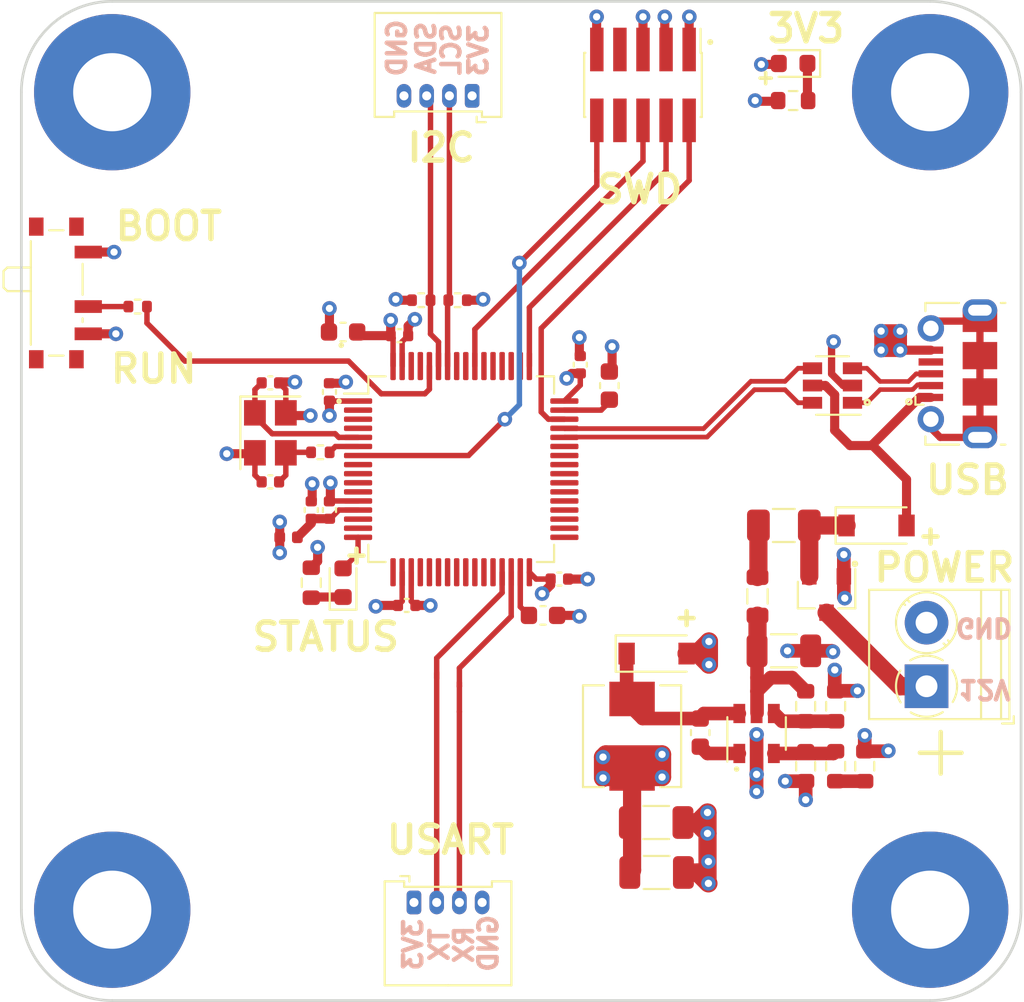
<source format=kicad_pcb>
(kicad_pcb (version 20171130) (host pcbnew "(5.1.8)-1")
  (layers (0 F.Cu signal) (1 In1.Cu power) (2 In2.Cu power) (31 B.Cu signal) (34 B.Paste user) (35 F.Paste user) (36 B.SilkS user) (37 F.SilkS user) (38 B.Mask user) (39 F.Mask user) (44 Edge.Cuts user))
  (net 0 "")
  (net 1 "Net-(C1-Pad1)")
  (net 2 GND)
  (net 3 +3V3)
  (net 4 "Net-(C3-Pad1)")
  (net 5 BUCK_IN)
  (net 6 HSE_IN)
  (net 7 +3.3VA)
  (net 8 "Net-(C13-Pad1)")
  (net 9 BUCK_BST)
  (net 10 BUCK_SW)
  (net 11 "Net-(D1-Pad1)")
  (net 12 LED_STATUS)
  (net 13 "Net-(D2-Pad1)")
  (net 14 +5V)
  (net 15 "Net-(D4-Pad1)")
  (net 16 "Net-(F1-Pad1)")
  (net 17 "Net-(J1-Pad6)")
  (net 18 USB_CONN_D-)
  (net 19 "Net-(J1-Pad4)")
  (net 20 USB_CONN_D+)
  (net 21 +12V)
  (net 22 I2C1_SCL)
  (net 23 I2C1_SDA)
  (net 24 SWDIO)
  (net 25 SWCLK)
  (net 26 SWO)
  (net 27 "Net-(J4-Pad7)")
  (net 28 "Net-(J4-Pad8)")
  (net 29 NRST)
  (net 30 USART3_RX)
  (net 31 USART3_TX)
  (net 32 BUCK_EN)
  (net 33 "Net-(R4-Pad1)")
  (net 34 BOOT0)
  (net 35 HSE_OUT)
  (net 36 BUCK_FB)
  (net 37 "Net-(R10-Pad1)")
  (net 38 "Net-(U1-Pad2)")
  (net 39 "Net-(U1-Pad3)")
  (net 40 "Net-(U1-Pad4)")
  (net 41 "Net-(U1-Pad8)")
  (net 42 "Net-(U1-Pad9)")
  (net 43 "Net-(U1-Pad10)")
  (net 44 "Net-(U1-Pad11)")
  (net 45 "Net-(U1-Pad14)")
  (net 46 "Net-(U1-Pad15)")
  (net 47 "Net-(U1-Pad17)")
  (net 48 "Net-(U1-Pad20)")
  (net 49 "Net-(U1-Pad21)")
  (net 50 "Net-(U1-Pad22)")
  (net 51 "Net-(U1-Pad23)")
  (net 52 "Net-(U1-Pad24)")
  (net 53 "Net-(U1-Pad25)")
  (net 54 "Net-(U1-Pad26)")
  (net 55 "Net-(U1-Pad27)")
  (net 56 "Net-(U1-Pad28)")
  (net 57 "Net-(U1-Pad33)")
  (net 58 "Net-(U1-Pad34)")
  (net 59 "Net-(U1-Pad35)")
  (net 60 "Net-(U1-Pad36)")
  (net 61 "Net-(U1-Pad37)")
  (net 62 "Net-(U1-Pad38)")
  (net 63 "Net-(U1-Pad39)")
  (net 64 "Net-(U1-Pad40)")
  (net 65 "Net-(U1-Pad41)")
  (net 66 "Net-(U1-Pad42)")
  (net 67 "Net-(U1-Pad43)")
  (net 68 USB_D-)
  (net 69 USB_D+)
  (net 70 "Net-(U1-Pad50)")
  (net 71 "Net-(U1-Pad51)")
  (net 72 "Net-(U1-Pad52)")
  (net 73 "Net-(U1-Pad53)")
  (net 74 "Net-(U1-Pad54)")
  (net 75 "Net-(U1-Pad56)")
  (net 76 "Net-(U1-Pad57)")
  (net 77 "Net-(U1-Pad61)")
  (net 78 "Net-(U1-Pad62)")
  (module Connector_USB:USB_Micro-B_Molex-105017-0001 (layer F.Cu) (at 161.5 95.5 90)
    (fp_text reference J1)
    (fp_text value USB_B_Micro)
    (pad 6 smd rect (at -2.9 1.2375 90) (size 1.2 1.9) (layers F.Cu F.Mask) (net 17 "Net-(J1-Pad6)"))
    (pad 6 smd rect (at 2.9 1.2375 90) (size 1.2 1.9) (layers F.Cu F.Mask) (net 17 "Net-(J1-Pad6)"))
    (pad 6 thru_hole oval (at 3.5 1.2375 90) (size 1.2 1.9) (drill oval 0.6 1.3) (layers *.Cu *.Mask) (net 17 "Net-(J1-Pad6)"))
    (pad 6 thru_hole oval (at -3.5 1.2375 270) (size 1.2 1.9) (drill oval 0.6 1.3) (layers *.Cu *.Mask) (net 17 "Net-(J1-Pad6)"))
    (pad 6 smd rect (at -1 1.2375 90) (size 1.5 1.9) (layers F.Cu F.Paste F.Mask) (net 17 "Net-(J1-Pad6)"))
    (pad 6 thru_hole circle (at 2.5 -1.4625 90) (size 1.45 1.45) (drill 0.85) (layers *.Cu *.Mask) (net 17 "Net-(J1-Pad6)"))
    (pad 3 smd rect (at 0 -1.4625 90) (size 0.4 1.35) (layers F.Cu F.Paste F.Mask) (net 20 USB_CONN_D+))
    (pad 4 smd rect (at 0.65 -1.4625 90) (size 0.4 1.35) (layers F.Cu F.Paste F.Mask) (net 19 "Net-(J1-Pad4)"))
    (pad 5 smd rect (at 1.3 -1.4625 90) (size 0.4 1.35) (layers F.Cu F.Paste F.Mask) (net 2 GND))
    (pad 1 smd rect (at -1.3 -1.4625 90) (size 0.4 1.35) (layers F.Cu F.Paste F.Mask) (net 14 +5V))
    (pad 2 smd rect (at -0.65 -1.4625 90) (size 0.4 1.35) (layers F.Cu F.Paste F.Mask) (net 18 USB_CONN_D-))
    (pad 6 thru_hole circle (at -2.5 -1.4625 90) (size 1.45 1.45) (drill 0.85) (layers *.Cu *.Mask) (net 17 "Net-(J1-Pad6)"))
    (pad 6 smd rect (at 1 1.2375 90) (size 1.5 1.9) (layers F.Cu F.Paste F.Mask) (net 17 "Net-(J1-Pad6)"))
  )
  (module Capacitor_SMD:C_0402_1005Metric (layer F.Cu) (at 125.95 103 90)
    (fp_text reference C12)
    (fp_text value 10n)
    (pad 2 smd roundrect (at 0.48 0 90) (size 0.56 0.62) (layers F.Cu F.Paste F.Mask) (net 2 GND))
    (pad 1 smd roundrect (at -0.48 0 90) (size 0.56 0.62) (layers F.Cu F.Paste F.Mask) (net 7 +3.3VA))
  )
  (module Capacitor_SMD:C_0603_1608Metric (layer F.Cu) (at 138.7 108.8)
    (fp_text reference C1)
    (fp_text value 2u2)
    (pad 1 smd roundrect (at -0.775 0) (size 0.9 0.95) (layers F.Cu F.Paste F.Mask) (net 1 "Net-(C1-Pad1)"))
    (pad 2 smd roundrect (at 0.775 0) (size 0.9 0.95) (layers F.Cu F.Paste F.Mask) (net 2 GND))
  )
  (module Capacitor_SMD:C_0603_1608Metric (layer F.Cu) (at 127.7 93.2 180)
    (fp_text reference C2)
    (fp_text value 4u7)
    (pad 1 smd roundrect (at -0.775 0 180) (size 0.9 0.95) (layers F.Cu F.Paste F.Mask) (net 3 +3V3))
    (pad 2 smd roundrect (at 0.775 0 180) (size 0.9 0.95) (layers F.Cu F.Paste F.Mask) (net 2 GND))
  )
  (module Capacitor_SMD:C_0603_1608Metric (layer F.Cu) (at 142.35 96.15 90)
    (fp_text reference C3)
    (fp_text value 2u2)
    (pad 2 smd roundrect (at 0.775 0 90) (size 0.9 0.95) (layers F.Cu F.Paste F.Mask) (net 2 GND))
    (pad 1 smd roundrect (at -0.775 0 90) (size 0.9 0.95) (layers F.Cu F.Paste F.Mask) (net 4 "Net-(C3-Pad1)"))
  )
  (module Capacitor_SMD:C_0402_1005Metric (layer F.Cu) (at 130.8 93.4)
    (fp_text reference C4)
    (fp_text value 100n)
    (pad 2 smd roundrect (at 0.48 0) (size 0.56 0.62) (layers F.Cu F.Paste F.Mask) (net 2 GND))
    (pad 1 smd roundrect (at -0.48 0) (size 0.56 0.62) (layers F.Cu F.Paste F.Mask) (net 3 +3V3))
  )
  (module Capacitor_SMD:C_0402_1005Metric (layer F.Cu) (at 139.6 106.8)
    (fp_text reference C5)
    (fp_text value 100n)
    (pad 1 smd roundrect (at -0.48 0) (size 0.56 0.62) (layers F.Cu F.Paste F.Mask) (net 3 +3V3))
    (pad 2 smd roundrect (at 0.48 0) (size 0.56 0.62) (layers F.Cu F.Paste F.Mask) (net 2 GND))
  )
  (module Capacitor_SMD:C_0402_1005Metric (layer F.Cu) (at 140.75 95 90)
    (fp_text reference C6)
    (fp_text value 100n)
    (pad 2 smd roundrect (at 0.48 0 90) (size 0.56 0.62) (layers F.Cu F.Paste F.Mask) (net 2 GND))
    (pad 1 smd roundrect (at -0.48 0 90) (size 0.56 0.62) (layers F.Cu F.Paste F.Mask) (net 3 +3V3))
  )
  (module Capacitor_SMD:C_1206_3216Metric (layer F.Cu) (at 151.95 110.75)
    (fp_text reference C7)
    (fp_text value 10u)
    (pad 2 smd roundrect (at 1.475 0) (size 1.15 1.8) (layers F.Cu F.Paste F.Mask) (roundrect_rratio 0.2173904347826087) (net 2 GND))
    (pad 1 smd roundrect (at -1.475 0) (size 1.15 1.8) (layers F.Cu F.Paste F.Mask) (roundrect_rratio 0.2173904347826087) (net 5 BUCK_IN))
  )
  (module Capacitor_SMD:C_0402_1005Metric (layer F.Cu) (at 126.95 96.5 90)
    (fp_text reference C8)
    (fp_text value 100n)
    (pad 1 smd roundrect (at -0.48 0 90) (size 0.56 0.62) (layers F.Cu F.Paste F.Mask) (net 3 +3V3))
    (pad 2 smd roundrect (at 0.48 0 90) (size 0.56 0.62) (layers F.Cu F.Paste F.Mask) (net 2 GND))
  )
  (module Capacitor_SMD:C_0402_1005Metric (layer F.Cu) (at 131.2 108.25 180)
    (fp_text reference C9)
    (fp_text value 100n)
    (pad 2 smd roundrect (at 0.48 0 180) (size 0.56 0.62) (layers F.Cu F.Paste F.Mask) (net 2 GND))
    (pad 1 smd roundrect (at -0.48 0 180) (size 0.56 0.62) (layers F.Cu F.Paste F.Mask) (net 3 +3V3))
  )
  (module Capacitor_SMD:C_0402_1005Metric (layer F.Cu) (at 123.7 96)
    (fp_text reference C10)
    (fp_text value 12p)
    (pad 2 smd roundrect (at 0.48 0) (size 0.56 0.62) (layers F.Cu F.Paste F.Mask) (net 2 GND))
    (pad 1 smd roundrect (at -0.48 0) (size 0.56 0.62) (layers F.Cu F.Paste F.Mask) (net 6 HSE_IN))
  )
  (module Capacitor_SMD:C_0402_1005Metric (layer F.Cu) (at 126.95 103 90)
    (fp_text reference C11)
    (fp_text value 1u)
    (pad 1 smd roundrect (at -0.48 0 90) (size 0.56 0.62) (layers F.Cu F.Paste F.Mask) (net 7 +3.3VA))
    (pad 2 smd roundrect (at 0.48 0 90) (size 0.56 0.62) (layers F.Cu F.Paste F.Mask) (net 2 GND))
  )
  (module Capacitor_SMD:C_0402_1005Metric (layer F.Cu) (at 123.7 101.45 180)
    (fp_text reference C13)
    (fp_text value 12p)
    (pad 1 smd roundrect (at -0.48 0 180) (size 0.56 0.62) (layers F.Cu F.Paste F.Mask) (net 8 "Net-(C13-Pad1)"))
    (pad 2 smd roundrect (at 0.48 0 180) (size 0.56 0.62) (layers F.Cu F.Paste F.Mask) (net 2 GND))
  )
  (module Capacitor_SMD:C_1206_3216Metric (layer F.Cu) (at 144.925 120.2)
    (fp_text reference C14)
    (fp_text value 10u)
    (pad 1 smd roundrect (at -1.475 0) (size 1.15 1.8) (layers F.Cu F.Paste F.Mask) (roundrect_rratio 0.2173904347826087) (net 3 +3V3))
    (pad 2 smd roundrect (at 1.475 0) (size 1.15 1.8) (layers F.Cu F.Paste F.Mask) (roundrect_rratio 0.2173904347826087) (net 2 GND))
  )
  (module Capacitor_SMD:C_1206_3216Metric (layer F.Cu) (at 144.95 122.95)
    (fp_text reference C15)
    (fp_text value 10u)
    (pad 1 smd roundrect (at -1.475 0) (size 1.15 1.8) (layers F.Cu F.Paste F.Mask) (roundrect_rratio 0.2173904347826087) (net 3 +3V3))
    (pad 2 smd roundrect (at 1.475 0) (size 1.15 1.8) (layers F.Cu F.Paste F.Mask) (roundrect_rratio 0.2173904347826087) (net 2 GND))
  )
  (module Capacitor_SMD:C_0603_1608Metric (layer F.Cu) (at 147.35 115.25 270)
    (fp_text reference C16)
    (fp_text value 10n)
    (pad 2 smd roundrect (at 0.775 0 270) (size 0.9 0.95) (layers F.Cu F.Paste F.Mask) (net 9 BUCK_BST))
    (pad 1 smd roundrect (at -0.775 0 270) (size 0.9 0.95) (layers F.Cu F.Paste F.Mask) (net 10 BUCK_SW))
  )
  (module LED_SMD:LED_0603_1608Metric (layer F.Cu) (at 127.7 107 90)
    (fp_text reference D1)
    (fp_text value BLUE)
    (pad 1 smd roundrect (at -0.7875 0 90) (size 0.875 0.95) (layers F.Cu F.Paste F.Mask) (net 11 "Net-(D1-Pad1)"))
    (pad 2 smd roundrect (at 0.7875 0 90) (size 0.875 0.95) (layers F.Cu F.Paste F.Mask) (net 12 LED_STATUS))
  )
  (module Diode_SMD:D_SOD-123 (layer F.Cu) (at 157.05 103.85)
    (fp_text reference D2)
    (fp_text value B5819W)
    (pad 1 smd rect (at -1.65 0) (size 0.9 1.2) (layers F.Cu F.Paste F.Mask) (net 13 "Net-(D2-Pad1)"))
    (pad 2 smd rect (at 1.65 0) (size 0.9 1.2) (layers F.Cu F.Paste F.Mask) (net 14 +5V))
  )
  (module Diode_SMD:D_SOD-123 (layer F.Cu) (at 144.95 110.9)
    (fp_text reference D3)
    (fp_text value B5819W)
    (pad 2 smd rect (at 1.65 0) (size 0.9 1.2) (layers F.Cu F.Paste F.Mask) (net 2 GND))
    (pad 1 smd rect (at -1.65 0) (size 0.9 1.2) (layers F.Cu F.Paste F.Mask) (net 10 BUCK_SW))
  )
  (module LED_SMD:LED_0603_1608Metric (layer F.Cu) (at 152.46 78.42 180)
    (fp_text reference D4)
    (fp_text value RED)
    (pad 2 smd roundrect (at 0.7875 0 180) (size 0.875 0.95) (layers F.Cu F.Paste F.Mask) (net 3 +3V3))
    (pad 1 smd roundrect (at -0.7875 0 180) (size 0.875 0.95) (layers F.Cu F.Paste F.Mask) (net 15 "Net-(D4-Pad1)"))
  )
  (module Fuse:Fuse_1206_3216Metric (layer F.Cu) (at 151.95 103.85)
    (fp_text reference F1)
    (fp_text value "250 mA")
    (pad 1 smd roundrect (at -1.4 0) (size 1.25 1.75) (layers F.Cu F.Paste F.Mask) (roundrect_rratio 0.2) (net 16 "Net-(F1-Pad1)"))
    (pad 2 smd roundrect (at 1.4 0) (size 1.25 1.75) (layers F.Cu F.Paste F.Mask) (roundrect_rratio 0.2) (net 13 "Net-(D2-Pad1)"))
  )
  (module Inductor_SMD:L_0805_2012Metric (layer F.Cu) (at 150.5 107.75 90)
    (fp_text reference FB1)
    (fp_text value "600 @ 600 MHz")
    (pad 1 smd roundrect (at -1.0625 0 90) (size 0.875 1.2) (layers F.Cu F.Paste F.Mask) (net 5 BUCK_IN))
    (pad 2 smd roundrect (at 1.0625 0 90) (size 0.875 1.2) (layers F.Cu F.Paste F.Mask) (net 16 "Net-(F1-Pad1)"))
  )
  (module MountingHole:MountingHole_4.3mm_M4_Pad (layer F.Cu) (at 160 80)
    (fp_text reference H1)
    (fp_text value MountingHole_Pad)
    (pad 1 thru_hole circle (at 0 0) (size 8.6 8.6) (drill 4.3) (layers *.Cu *.Mask) (net 2 GND))
  )
  (module MountingHole:MountingHole_4.3mm_M4_Pad (layer F.Cu) (at 115 125)
    (fp_text reference H2)
    (fp_text value MountingHole_Pad)
    (pad 1 thru_hole circle (at 0 0) (size 8.6 8.6) (drill 4.3) (layers *.Cu *.Mask) (net 2 GND))
  )
  (module MountingHole:MountingHole_4.3mm_M4_Pad (layer F.Cu) (at 160 125)
    (fp_text reference H3)
    (fp_text value MountingHole_Pad)
    (pad 1 thru_hole circle (at 0 0) (size 8.6 8.6) (drill 4.3) (layers *.Cu *.Mask) (net 2 GND))
  )
  (module MountingHole:MountingHole_4.3mm_M4_Pad (layer F.Cu) (at 115 80)
    (fp_text reference H4)
    (fp_text value MountingHole_Pad)
    (pad 1 thru_hole circle (at 0 0) (size 8.6 8.6) (drill 4.3) (layers *.Cu *.Mask) (net 2 GND))
  )
  (module TerminalBlock_Phoenix:TerminalBlock_Phoenix_PT-1,5-2-3.5-H_1x02_P3.50mm_Horizontal (layer F.Cu) (at 159.8 112.7 90)
    (fp_text reference J2)
    (fp_text value Screw_Terminal_01x02)
    (pad 1 thru_hole rect (at 0 0 90) (size 2.4 2.4) (drill 1.2) (layers *.Cu *.Mask) (net 21 +12V))
    (pad 2 thru_hole circle (at 3.5 0 90) (size 2.4 2.4) (drill 1.2) (layers *.Cu *.Mask) (net 2 GND))
  )
  (module Connector_Molex:Molex_PicoBlade_53048-0410_1x04_P1.25mm_Horizontal (layer F.Cu) (at 134.8 80.2 180)
    (fp_text reference J3)
    (fp_text value Conn_01x04)
    (pad 1 thru_hole roundrect (at 0 0 180) (size 0.8 1.3) (drill 0.5) (layers *.Cu *.Mask) (net 3 +3V3))
    (pad 2 thru_hole oval (at 1.25 0 180) (size 0.8 1.3) (drill 0.5) (layers *.Cu *.Mask) (net 22 I2C1_SCL))
    (pad 3 thru_hole oval (at 2.5 0 180) (size 0.8 1.3) (drill 0.5) (layers *.Cu *.Mask) (net 23 I2C1_SDA))
    (pad 4 thru_hole oval (at 3.75 0 180) (size 0.8 1.3) (drill 0.5) (layers *.Cu *.Mask) (net 2 GND))
  )
  (module Connector_PinHeader_1.27mm:PinHeader_2x05_P1.27mm_Vertical_SMD (layer F.Cu) (at 144.2 79.6 270)
    (fp_text reference J4)
    (fp_text value SWD)
    (pad 10 smd rect (at 1.95 2.54 270) (size 2.4 0.74) (layers F.Cu F.Paste F.Mask) (net 29 NRST))
    (pad 9 smd rect (at -1.95 2.54 270) (size 2.4 0.74) (layers F.Cu F.Paste F.Mask) (net 2 GND))
    (pad 8 smd rect (at 1.95 1.27 270) (size 2.4 0.74) (layers F.Cu F.Paste F.Mask) (net 28 "Net-(J4-Pad8)"))
    (pad 7 smd rect (at -1.95 1.27 270) (size 2.4 0.74) (layers F.Cu F.Paste F.Mask) (net 27 "Net-(J4-Pad7)"))
    (pad 6 smd rect (at 1.95 0 270) (size 2.4 0.74) (layers F.Cu F.Paste F.Mask) (net 26 SWO))
    (pad 5 smd rect (at -1.95 0 270) (size 2.4 0.74) (layers F.Cu F.Paste F.Mask) (net 2 GND))
    (pad 4 smd rect (at 1.95 -1.27 270) (size 2.4 0.74) (layers F.Cu F.Paste F.Mask) (net 25 SWCLK))
    (pad 3 smd rect (at -1.95 -1.27 270) (size 2.4 0.74) (layers F.Cu F.Paste F.Mask) (net 2 GND))
    (pad 2 smd rect (at 1.95 -2.54 270) (size 2.4 0.74) (layers F.Cu F.Paste F.Mask) (net 24 SWDIO))
    (pad 1 smd rect (at -1.95 -2.54 270) (size 2.4 0.74) (layers F.Cu F.Paste F.Mask) (net 3 +3V3))
  )
  (module Connector_Molex:Molex_PicoBlade_53048-0410_1x04_P1.25mm_Horizontal (layer F.Cu) (at 131.6 124.6)
    (fp_text reference J5)
    (fp_text value Conn_01x04)
    (pad 4 thru_hole oval (at 3.75 0) (size 0.8 1.3) (drill 0.5) (layers *.Cu *.Mask) (net 2 GND))
    (pad 3 thru_hole oval (at 2.5 0) (size 0.8 1.3) (drill 0.5) (layers *.Cu *.Mask) (net 30 USART3_RX))
    (pad 2 thru_hole oval (at 1.25 0) (size 0.8 1.3) (drill 0.5) (layers *.Cu *.Mask) (net 31 USART3_TX))
    (pad 1 thru_hole roundrect (at 0 0) (size 0.8 1.3) (drill 0.5) (layers *.Cu *.Mask) (net 3 +3V3))
  )
  (module Inductor_SMD:L_0402_1005Metric (layer F.Cu) (at 124.7 104.5)
    (fp_text reference L1)
    (fp_text value 39n)
    (pad 1 smd roundrect (at -0.485 0) (size 0.59 0.64) (layers F.Cu F.Paste F.Mask) (net 3 +3V3))
    (pad 2 smd roundrect (at 0.485 0) (size 0.59 0.64) (layers F.Cu F.Paste F.Mask) (net 7 +3.3VA))
  )
  (module Inductor_SMD:L_Sunlord_MWSA0518_5.4x5.2mm (layer F.Cu) (at 143.6 115.45 270)
    (fp_text reference L2)
    (fp_text value 10u)
    (pad 1 smd rect (at -2.05 0 270) (size 1.9 2.5) (layers F.Cu F.Paste F.Mask) (net 10 BUCK_SW))
    (pad 2 smd rect (at 2.05 0 270) (size 1.9 2.5) (layers F.Cu F.Paste F.Mask) (net 3 +3V3))
  )
  (module Package_TO_SOT_SMD:SOT-23 (layer F.Cu) (at 154.3 107.65 270)
    (fp_text reference Q1)
    (fp_text value AO3401A)
    (pad 1 smd rect (at -1 -0.95 270) (size 0.9 0.8) (layers F.Cu F.Paste F.Mask) (net 2 GND))
    (pad 2 smd rect (at -1 0.95 270) (size 0.9 0.8) (layers F.Cu F.Paste F.Mask) (net 13 "Net-(D2-Pad1)"))
    (pad 3 smd rect (at 1 0 270) (size 0.9 0.8) (layers F.Cu F.Paste F.Mask) (net 21 +12V))
  )
  (module Resistor_SMD:R_0603_1608Metric (layer F.Cu) (at 125.95 107 90)
    (fp_text reference R1)
    (fp_text value 1k5)
    (pad 1 smd roundrect (at -0.825 0 90) (size 0.8 0.95) (layers F.Cu F.Paste F.Mask) (net 11 "Net-(D1-Pad1)"))
    (pad 2 smd roundrect (at 0.825 0 90) (size 0.8 0.95) (layers F.Cu F.Paste F.Mask) (net 2 GND))
  )
  (module Resistor_SMD:R_0603_1608Metric (layer F.Cu) (at 153.15 113.8 270)
    (fp_text reference R2)
    (fp_text value 100k)
    (pad 2 smd roundrect (at 0.825 0 270) (size 0.8 0.95) (layers F.Cu F.Paste F.Mask) (net 32 BUCK_EN))
    (pad 1 smd roundrect (at -0.825 0 270) (size 0.8 0.95) (layers F.Cu F.Paste F.Mask) (net 5 BUCK_IN))
  )
  (module Resistor_SMD:R_0603_1608Metric (layer F.Cu) (at 154.8 113.8 90)
    (fp_text reference R3)
    (fp_text value 68k)
    (pad 1 smd roundrect (at -0.825 0 90) (size 0.8 0.95) (layers F.Cu F.Paste F.Mask) (net 32 BUCK_EN))
    (pad 2 smd roundrect (at 0.825 0 90) (size 0.8 0.95) (layers F.Cu F.Paste F.Mask) (net 2 GND))
  )
  (module Resistor_SMD:R_0402_1005Metric (layer F.Cu) (at 116.4 91.8)
    (fp_text reference R4)
    (fp_text value 10k)
    (pad 1 smd roundrect (at -0.51 0) (size 0.54 0.64) (layers F.Cu F.Paste F.Mask) (net 33 "Net-(R4-Pad1)"))
    (pad 2 smd roundrect (at 0.51 0) (size 0.54 0.64) (layers F.Cu F.Paste F.Mask) (net 34 BOOT0))
  )
  (module Resistor_SMD:R_0402_1005Metric (layer F.Cu) (at 134 91.45 180)
    (fp_text reference R5)
    (fp_text value 2k2)
    (pad 1 smd roundrect (at -0.51 0 180) (size 0.54 0.64) (layers F.Cu F.Paste F.Mask) (net 3 +3V3))
    (pad 2 smd roundrect (at 0.51 0 180) (size 0.54 0.64) (layers F.Cu F.Paste F.Mask) (net 22 I2C1_SCL))
  )
  (module Resistor_SMD:R_0402_1005Metric (layer F.Cu) (at 126.45 99.822 180)
    (fp_text reference R6)
    (fp_text value 47)
    (pad 2 smd roundrect (at 0.51 0 180) (size 0.54 0.64) (layers F.Cu F.Paste F.Mask) (net 8 "Net-(C13-Pad1)"))
    (pad 1 smd roundrect (at -0.51 0 180) (size 0.54 0.64) (layers F.Cu F.Paste F.Mask) (net 35 HSE_OUT))
  )
  (module Resistor_SMD:R_0402_1005Metric (layer F.Cu) (at 132 91.45)
    (fp_text reference R7)
    (fp_text value 2k2)
    (pad 2 smd roundrect (at 0.51 0) (size 0.54 0.64) (layers F.Cu F.Paste F.Mask) (net 23 I2C1_SDA))
    (pad 1 smd roundrect (at -0.51 0) (size 0.54 0.64) (layers F.Cu F.Paste F.Mask) (net 3 +3V3))
  )
  (module Resistor_SMD:R_0603_1608Metric (layer F.Cu) (at 153.15 117.1 90)
    (fp_text reference R8)
    (fp_text value 47k)
    (pad 2 smd roundrect (at 0.825 0 90) (size 0.8 0.95) (layers F.Cu F.Paste F.Mask) (net 36 BUCK_FB))
    (pad 1 smd roundrect (at -0.825 0 90) (size 0.8 0.95) (layers F.Cu F.Paste F.Mask) (net 3 +3V3))
  )
  (module Resistor_SMD:R_0603_1608Metric (layer F.Cu) (at 154.8 117.1 270)
    (fp_text reference R9)
    (fp_text value 15k)
    (pad 1 smd roundrect (at -0.825 0 270) (size 0.8 0.95) (layers F.Cu F.Paste F.Mask) (net 36 BUCK_FB))
    (pad 2 smd roundrect (at 0.825 0 270) (size 0.8 0.95) (layers F.Cu F.Paste F.Mask) (net 37 "Net-(R10-Pad1)"))
  )
  (module Resistor_SMD:R_0603_1608Metric (layer F.Cu) (at 156.4 117.1 90)
    (fp_text reference R10)
    (fp_text value 270)
    (pad 2 smd roundrect (at 0.825 0 90) (size 0.8 0.95) (layers F.Cu F.Paste F.Mask) (net 2 GND))
    (pad 1 smd roundrect (at -0.825 0 90) (size 0.8 0.95) (layers F.Cu F.Paste F.Mask) (net 37 "Net-(R10-Pad1)"))
  )
  (module Resistor_SMD:R_0603_1608Metric (layer F.Cu) (at 152.46 80.46 180)
    (fp_text reference R11)
    (fp_text value 1k)
    (pad 1 smd roundrect (at -0.825 0 180) (size 0.8 0.95) (layers F.Cu F.Paste F.Mask) (net 15 "Net-(D4-Pad1)"))
    (pad 2 smd roundrect (at 0.825 0 180) (size 0.8 0.95) (layers F.Cu F.Paste F.Mask) (net 2 GND))
  )
  (module Button_Switch_SMD:SW_SPDT_PCM12 (layer F.Cu) (at 112.25 91.05 270)
    (fp_text reference SW1)
    (fp_text value SW_SPDT)
    (pad "" np_thru_hole circle (at -1.5 0.33 270) (size 0.9 0.9) (drill 0.9) (layers *.Cu *.Mask))
    (pad "" np_thru_hole circle (at 1.5 0.33 270) (size 0.9 0.9) (drill 0.9) (layers *.Cu *.Mask))
    (pad 1 smd rect (at -2.25 -1.43 270) (size 0.7 1.5) (layers F.Cu F.Paste F.Mask) (net 3 +3V3))
    (pad 2 smd rect (at 0.75 -1.43 270) (size 0.7 1.5) (layers F.Cu F.Paste F.Mask) (net 33 "Net-(R4-Pad1)"))
    (pad 3 smd rect (at 2.25 -1.43 270) (size 0.7 1.5) (layers F.Cu F.Paste F.Mask) (net 2 GND))
    (pad "" smd rect (at -3.65 1.43 270) (size 1 0.8) (layers F.Cu F.Paste F.Mask))
    (pad "" smd rect (at 3.65 1.43 270) (size 1 0.8) (layers F.Cu F.Paste F.Mask))
    (pad "" smd rect (at 3.65 -0.78 270) (size 1 0.8) (layers F.Cu F.Paste F.Mask))
    (pad "" smd rect (at -3.65 -0.78 270) (size 1 0.8) (layers F.Cu F.Paste F.Mask))
  )
  (module Package_QFP:LQFP-64_10x10mm_P0.5mm (layer F.Cu) (at 134.2 100.75)
    (fp_text reference U1)
    (fp_text value STM32F405RGT6)
    (pad 1 smd roundrect (at -5.675 -3.75) (size 1.55 0.3) (layers F.Cu F.Paste F.Mask) (net 3 +3V3))
    (pad 2 smd roundrect (at -5.675 -3.25) (size 1.55 0.3) (layers F.Cu F.Paste F.Mask) (net 38 "Net-(U1-Pad2)"))
    (pad 3 smd roundrect (at -5.675 -2.75) (size 1.55 0.3) (layers F.Cu F.Paste F.Mask) (net 39 "Net-(U1-Pad3)"))
    (pad 4 smd roundrect (at -5.675 -2.25) (size 1.55 0.3) (layers F.Cu F.Paste F.Mask) (net 40 "Net-(U1-Pad4)"))
    (pad 5 smd roundrect (at -5.675 -1.75) (size 1.55 0.3) (layers F.Cu F.Paste F.Mask) (net 6 HSE_IN))
    (pad 6 smd roundrect (at -5.675 -1.25) (size 1.55 0.3) (layers F.Cu F.Paste F.Mask) (net 35 HSE_OUT))
    (pad 7 smd roundrect (at -5.675 -0.75) (size 1.55 0.3) (layers F.Cu F.Paste F.Mask) (net 29 NRST))
    (pad 8 smd roundrect (at -5.675 -0.25) (size 1.55 0.3) (layers F.Cu F.Paste F.Mask) (net 41 "Net-(U1-Pad8)"))
    (pad 9 smd roundrect (at -5.675 0.25) (size 1.55 0.3) (layers F.Cu F.Paste F.Mask) (net 42 "Net-(U1-Pad9)"))
    (pad 10 smd roundrect (at -5.675 0.75) (size 1.55 0.3) (layers F.Cu F.Paste F.Mask) (net 43 "Net-(U1-Pad10)"))
    (pad 11 smd roundrect (at -5.675 1.25) (size 1.55 0.3) (layers F.Cu F.Paste F.Mask) (net 44 "Net-(U1-Pad11)"))
    (pad 12 smd roundrect (at -5.675 1.75) (size 1.55 0.3) (layers F.Cu F.Paste F.Mask) (net 2 GND))
    (pad 13 smd roundrect (at -5.675 2.25) (size 1.55 0.3) (layers F.Cu F.Paste F.Mask) (net 7 +3.3VA))
    (pad 14 smd roundrect (at -5.675 2.75) (size 1.55 0.3) (layers F.Cu F.Paste F.Mask) (net 45 "Net-(U1-Pad14)"))
    (pad 15 smd roundrect (at -5.675 3.25) (size 1.55 0.3) (layers F.Cu F.Paste F.Mask) (net 46 "Net-(U1-Pad15)"))
    (pad 16 smd roundrect (at -5.675 3.75) (size 1.55 0.3) (layers F.Cu F.Paste F.Mask) (net 12 LED_STATUS))
    (pad 17 smd roundrect (at -3.75 5.675) (size 0.3 1.55) (layers F.Cu F.Paste F.Mask) (net 47 "Net-(U1-Pad17)"))
    (pad 18 smd roundrect (at -3.25 5.675) (size 0.3 1.55) (layers F.Cu F.Paste F.Mask) (net 2 GND))
    (pad 19 smd roundrect (at -2.75 5.675) (size 0.3 1.55) (layers F.Cu F.Paste F.Mask) (net 3 +3V3))
    (pad 20 smd roundrect (at -2.25 5.675) (size 0.3 1.55) (layers F.Cu F.Paste F.Mask) (net 48 "Net-(U1-Pad20)"))
    (pad 21 smd roundrect (at -1.75 5.675) (size 0.3 1.55) (layers F.Cu F.Paste F.Mask) (net 49 "Net-(U1-Pad21)"))
    (pad 22 smd roundrect (at -1.25 5.675) (size 0.3 1.55) (layers F.Cu F.Paste F.Mask) (net 50 "Net-(U1-Pad22)"))
    (pad 23 smd roundrect (at -0.75 5.675) (size 0.3 1.55) (layers F.Cu F.Paste F.Mask) (net 51 "Net-(U1-Pad23)"))
    (pad 24 smd roundrect (at -0.25 5.675) (size 0.3 1.55) (layers F.Cu F.Paste F.Mask) (net 52 "Net-(U1-Pad24)"))
    (pad 25 smd roundrect (at 0.25 5.675) (size 0.3 1.55) (layers F.Cu F.Paste F.Mask) (net 53 "Net-(U1-Pad25)"))
    (pad 26 smd roundrect (at 0.75 5.675) (size 0.3 1.55) (layers F.Cu F.Paste F.Mask) (net 54 "Net-(U1-Pad26)"))
    (pad 27 smd roundrect (at 1.25 5.675) (size 0.3 1.55) (layers F.Cu F.Paste F.Mask) (net 55 "Net-(U1-Pad27)"))
    (pad 28 smd roundrect (at 1.75 5.675) (size 0.3 1.55) (layers F.Cu F.Paste F.Mask) (net 56 "Net-(U1-Pad28)"))
    (pad 29 smd roundrect (at 2.25 5.675) (size 0.3 1.55) (layers F.Cu F.Paste F.Mask) (net 31 USART3_TX))
    (pad 30 smd roundrect (at 2.75 5.675) (size 0.3 1.55) (layers F.Cu F.Paste F.Mask) (net 30 USART3_RX))
    (pad 31 smd roundrect (at 3.25 5.675) (size 0.3 1.55) (layers F.Cu F.Paste F.Mask) (net 1 "Net-(C1-Pad1)"))
    (pad 32 smd roundrect (at 3.75 5.675) (size 0.3 1.55) (layers F.Cu F.Paste F.Mask) (net 3 +3V3))
    (pad 33 smd roundrect (at 5.675 3.75) (size 1.55 0.3) (layers F.Cu F.Paste F.Mask) (net 57 "Net-(U1-Pad33)"))
    (pad 34 smd roundrect (at 5.675 3.25) (size 1.55 0.3) (layers F.Cu F.Paste F.Mask) (net 58 "Net-(U1-Pad34)"))
    (pad 35 smd roundrect (at 5.675 2.75) (size 1.55 0.3) (layers F.Cu F.Paste F.Mask) (net 59 "Net-(U1-Pad35)"))
    (pad 36 smd roundrect (at 5.675 2.25) (size 1.55 0.3) (layers F.Cu F.Paste F.Mask) (net 60 "Net-(U1-Pad36)"))
    (pad 37 smd roundrect (at 5.675 1.75) (size 1.55 0.3) (layers F.Cu F.Paste F.Mask) (net 61 "Net-(U1-Pad37)"))
    (pad 38 smd roundrect (at 5.675 1.25) (size 1.55 0.3) (layers F.Cu F.Paste F.Mask) (net 62 "Net-(U1-Pad38)"))
    (pad 39 smd roundrect (at 5.675 0.75) (size 1.55 0.3) (layers F.Cu F.Paste F.Mask) (net 63 "Net-(U1-Pad39)"))
    (pad 40 smd roundrect (at 5.675 0.25) (size 1.55 0.3) (layers F.Cu F.Paste F.Mask) (net 64 "Net-(U1-Pad40)"))
    (pad 41 smd roundrect (at 5.675 -0.25) (size 1.55 0.3) (layers F.Cu F.Paste F.Mask) (net 65 "Net-(U1-Pad41)"))
    (pad 42 smd roundrect (at 5.675 -0.75) (size 1.55 0.3) (layers F.Cu F.Paste F.Mask) (net 66 "Net-(U1-Pad42)"))
    (pad 43 smd roundrect (at 5.675 -1.25) (size 1.55 0.3) (layers F.Cu F.Paste F.Mask) (net 67 "Net-(U1-Pad43)"))
    (pad 44 smd roundrect (at 5.675 -1.75) (size 1.55 0.3) (layers F.Cu F.Paste F.Mask) (net 68 USB_D-))
    (pad 45 smd roundrect (at 5.675 -2.25) (size 1.55 0.3) (layers F.Cu F.Paste F.Mask) (net 69 USB_D+))
    (pad 46 smd roundrect (at 5.675 -2.75) (size 1.55 0.3) (layers F.Cu F.Paste F.Mask) (net 24 SWDIO))
    (pad 47 smd roundrect (at 5.675 -3.25) (size 1.55 0.3) (layers F.Cu F.Paste F.Mask) (net 4 "Net-(C3-Pad1)"))
    (pad 48 smd roundrect (at 5.675 -3.75) (size 1.55 0.3) (layers F.Cu F.Paste F.Mask) (net 3 +3V3))
    (pad 49 smd roundrect (at 3.75 -5.675) (size 0.3 1.55) (layers F.Cu F.Paste F.Mask) (net 25 SWCLK))
    (pad 50 smd roundrect (at 3.25 -5.675) (size 0.3 1.55) (layers F.Cu F.Paste F.Mask) (net 70 "Net-(U1-Pad50)"))
    (pad 51 smd roundrect (at 2.75 -5.675) (size 0.3 1.55) (layers F.Cu F.Paste F.Mask) (net 71 "Net-(U1-Pad51)"))
    (pad 52 smd roundrect (at 2.25 -5.675) (size 0.3 1.55) (layers F.Cu F.Paste F.Mask) (net 72 "Net-(U1-Pad52)"))
    (pad 53 smd roundrect (at 1.75 -5.675) (size 0.3 1.55) (layers F.Cu F.Paste F.Mask) (net 73 "Net-(U1-Pad53)"))
    (pad 54 smd roundrect (at 1.25 -5.675) (size 0.3 1.55) (layers F.Cu F.Paste F.Mask) (net 74 "Net-(U1-Pad54)"))
    (pad 55 smd roundrect (at 0.75 -5.675) (size 0.3 1.55) (layers F.Cu F.Paste F.Mask) (net 26 SWO))
    (pad 56 smd roundrect (at 0.25 -5.675) (size 0.3 1.55) (layers F.Cu F.Paste F.Mask) (net 75 "Net-(U1-Pad56)"))
    (pad 57 smd roundrect (at -0.25 -5.675) (size 0.3 1.55) (layers F.Cu F.Paste F.Mask) (net 76 "Net-(U1-Pad57)"))
    (pad 58 smd roundrect (at -0.75 -5.675) (size 0.3 1.55) (layers F.Cu F.Paste F.Mask) (net 22 I2C1_SCL))
    (pad 59 smd roundrect (at -1.25 -5.675) (size 0.3 1.55) (layers F.Cu F.Paste F.Mask) (net 23 I2C1_SDA))
    (pad 60 smd roundrect (at -1.75 -5.675) (size 0.3 1.55) (layers F.Cu F.Paste F.Mask) (net 34 BOOT0))
    (pad 61 smd roundrect (at -2.25 -5.675) (size 0.3 1.55) (layers F.Cu F.Paste F.Mask) (net 77 "Net-(U1-Pad61)"))
    (pad 62 smd roundrect (at -2.75 -5.675) (size 0.3 1.55) (layers F.Cu F.Paste F.Mask) (net 78 "Net-(U1-Pad62)"))
    (pad 63 smd roundrect (at -3.25 -5.675) (size 0.3 1.55) (layers F.Cu F.Paste F.Mask) (net 2 GND))
    (pad 64 smd roundrect (at -3.75 -5.675) (size 0.3 1.55) (layers F.Cu F.Paste F.Mask) (net 3 +3V3))
  )
  (module Package_TO_SOT_SMD:SOT-23-6 (layer F.Cu) (at 150.45 115.3 90)
    (fp_text reference U2)
    (fp_text value MP2359DJ-LF-Z)
    (pad 1 smd rect (at -1.1 -0.95 90) (size 1.06 0.65) (layers F.Cu F.Paste F.Mask) (net 9 BUCK_BST))
    (pad 2 smd rect (at -1.1 0 90) (size 1.06 0.65) (layers F.Cu F.Paste F.Mask) (net 2 GND))
    (pad 3 smd rect (at -1.1 0.95 90) (size 1.06 0.65) (layers F.Cu F.Paste F.Mask) (net 36 BUCK_FB))
    (pad 4 smd rect (at 1.1 0.95 90) (size 1.06 0.65) (layers F.Cu F.Paste F.Mask) (net 32 BUCK_EN))
    (pad 6 smd rect (at 1.1 -0.95 90) (size 1.06 0.65) (layers F.Cu F.Paste F.Mask) (net 10 BUCK_SW))
    (pad 5 smd rect (at 1.1 0 90) (size 1.06 0.65) (layers F.Cu F.Paste F.Mask) (net 5 BUCK_IN))
  )
  (module Package_TO_SOT_SMD:SOT-23-6 (layer F.Cu) (at 154.626 96.146 180)
    (fp_text reference U3)
    (fp_text value USBLC6-2SC6)
    (pad 1 smd rect (at -1.1 -0.95 180) (size 1.06 0.65) (layers F.Cu F.Paste F.Mask) (net 18 USB_CONN_D-))
    (pad 2 smd rect (at -1.1 0 180) (size 1.06 0.65) (layers F.Cu F.Paste F.Mask) (net 2 GND))
    (pad 3 smd rect (at -1.1 0.95 180) (size 1.06 0.65) (layers F.Cu F.Paste F.Mask) (net 20 USB_CONN_D+))
    (pad 4 smd rect (at 1.1 0.95 180) (size 1.06 0.65) (layers F.Cu F.Paste F.Mask) (net 69 USB_D+))
    (pad 6 smd rect (at 1.1 -0.95 180) (size 1.06 0.65) (layers F.Cu F.Paste F.Mask) (net 68 USB_D-))
    (pad 5 smd rect (at 1.1 0 180) (size 1.06 0.65) (layers F.Cu F.Paste F.Mask) (net 14 +5V))
  )
  (module Crystal:Crystal_SMD_3225-4Pin_3.2x2.5mm (layer F.Cu) (at 123.7 98.75 270)
    (fp_text reference Y1)
    (fp_text value "16 MHz")
    (pad 1 smd rect (at -1.1 0.85 270) (size 1.4 1.2) (layers F.Cu F.Paste F.Mask) (net 6 HSE_IN))
    (pad 2 smd rect (at 1.1 0.85 270) (size 1.4 1.2) (layers F.Cu F.Paste F.Mask) (net 2 GND))
    (pad 3 smd rect (at 1.1 -0.85 270) (size 1.4 1.2) (layers F.Cu F.Paste F.Mask) (net 8 "Net-(C13-Pad1)"))
    (pad 4 smd rect (at -1.1 -0.85 270) (size 1.4 1.2) (layers F.Cu F.Paste F.Mask) (net 2 GND))
  )
  (gr_text RX (at 134.35 126.92 90) (layer B.SilkS) (effects (font (size 1 1) (thickness 0.25)) (justify mirror)))
  (gr_text "TX\n" (at 133 126.93 90) (layer B.SilkS) (effects (font (size 1 1) (thickness 0.25)) (justify mirror)))
  (gr_text "GND\n" (at 135.69 126.85 90) (layer B.SilkS) (effects (font (size 1 1) (thickness 0.25)) (justify mirror)))
  (gr_text "3V3\n" (at 131.55 126.92 90) (layer B.SilkS) (effects (font (size 1 1) (thickness 0.25)) (justify mirror)))
  (gr_text "GND\n" (at 162.96 109.47 180) (layer B.SilkS) (effects (font (size 1 1) (thickness 0.25)) (justify mirror)))
  (gr_text "12V\n" (at 163 112.87 180) (layer B.SilkS) (effects (font (size 1 1) (thickness 0.25)) (justify mirror)))
  (gr_text "3V3\n" (at 135.14 77.7 90) (layer B.SilkS) (effects (font (size 1 1) (thickness 0.25)) (justify mirror)))
  (gr_text "SCL\n" (at 133.65 77.64 90) (layer B.SilkS) (effects (font (size 1 1) (thickness 0.25)) (justify mirror)))
  (gr_text "SDA\n" (at 132.27 77.57 90) (layer B.SilkS) (effects (font (size 1 1) (thickness 0.25)) (justify mirror)))
  (gr_text GND (at 130.66 77.57 90) (layer B.SilkS) (effects (font (size 1 1) (thickness 0.25)) (justify mirror)))
  (gr_text "RUN\n" (at 117.28 95.23) (layer F.SilkS) (effects (font (size 1.5 1.5) (thickness 0.3))))
  (gr_text + (at 150.95 79.17) (layer F.SilkS) (effects (font (size 0.8 0.8) (thickness 0.2))))
  (gr_text + (at 128.44 105.44) (layer F.SilkS) (effects (font (size 1 1) (thickness 0.25))))
  (gr_text + (at 160.58 116.13) (layer F.SilkS) (effects (font (size 3 3) (thickness 0.25))))
  (gr_text + (at 146.6 108.88) (layer F.SilkS) (effects (font (size 1 1) (thickness 0.25))))
  (gr_text + (at 160.02 104.39) (layer F.SilkS) (effects (font (size 1 1) (thickness 0.25))))
  (gr_circle (center 147.9 77.24) (end 147.99 77.24) (layer F.SilkS) (width 0.15))
  (gr_circle (center 156.54 97.07) (end 156.596569 97.07) (layer F.SilkS) (width 0.15))
  (gr_circle (center 158.83 97.04) (end 158.890828 97.04) (layer F.SilkS) (width 0.15))
  (gr_circle (center 155.86 105.96) (end 155.89 105.96) (layer F.SilkS) (width 0.15))
  (gr_circle (center 149.35 117.26) (end 149.426158 117.26) (layer F.SilkS) (width 0.15))
  (gr_circle (center 127.6 93.93) (end 127.678102 93.93) (layer F.SilkS) (width 0.15))
  (gr_circle (center 127.48 97.01) (end 127.558102 97.01) (layer F.SilkS) (width 0.15))
  (gr_text "STATUS\n" (at 126.746 109.982) (layer F.SilkS) (effects (font (size 1.5 1.5) (thickness 0.3))))
  (gr_text "3V3\n" (at 153.17 76.49) (layer F.SilkS) (effects (font (size 1.5 1.5) (thickness 0.3))))
  (gr_text "POWER\n" (at 160.782 106.172) (layer F.SilkS) (effects (font (size 1.5 1.5) (thickness 0.3))))
  (gr_text BOOT (at 118.11 87.376) (layer F.SilkS) (effects (font (size 1.5 1.5) (thickness 0.3))))
  (gr_text USART (at 133.604 121.158) (layer F.SilkS) (effects (font (size 1.5 1.5) (thickness 0.3))))
  (gr_text "SWD\n" (at 144.018 85.344) (layer F.SilkS) (effects (font (size 1.5 1.5) (thickness 0.3))))
  (gr_text USB (at 162.052 101.346) (layer F.SilkS) (effects (font (size 1.5 1.5) (thickness 0.3))))
  (gr_text I2C (at 133.096 83.058) (layer F.SilkS) (effects (font (size 1.5 1.5) (thickness 0.3))))
  (gr_arc (start 115 80) (end 115 75) (angle -90) (layer Edge.Cuts) (width 0.15))
  (gr_arc (start 115 125) (end 110 125) (angle -90) (layer Edge.Cuts) (width 0.15))
  (gr_arc (start 160 125) (end 160 130) (angle -90) (layer Edge.Cuts) (width 0.15))
  (gr_arc (start 160 80) (end 165 80) (angle -90) (layer Edge.Cuts) (width 0.15))
  (gr_line (start 110 125) (end 110 80) (layer Edge.Cuts) (width 0.15))
  (gr_line (start 160 130) (end 115 130) (layer Edge.Cuts) (width 0.15))
  (gr_line (start 165 80) (end 165 125) (layer Edge.Cuts) (width 0.15))
  (gr_line (start 115 75) (end 160 75) (layer Edge.Cuts) (width 0.15))
  (segment (start 137.45 108.325) (end 137.925 108.8) (width 0.3) (layer F.Cu) (net 1))
  (segment (start 137.45 106.425) (end 137.45 108.325) (width 0.3) (layer F.Cu) (net 1))
  (segment (start 130.95 93.73) (end 131.28 93.4) (width 0.3) (layer F.Cu) (net 2))
  (segment (start 130.95 95.075) (end 130.95 93.73) (width 0.3) (layer F.Cu) (net 2))
  (segment (start 126.97 102.5) (end 126.95 102.52) (width 0.3) (layer F.Cu) (net 2))
  (segment (start 128.525 102.5) (end 126.97 102.5) (width 0.3) (layer F.Cu) (net 2))
  (segment (start 130.95 108.02) (end 130.72 108.25) (width 0.3) (layer F.Cu) (net 2))
  (segment (start 130.95 106.425) (end 130.95 108.02) (width 0.3) (layer F.Cu) (net 2))
  (segment (start 124.55 96.37) (end 124.18 96) (width 0.3) (layer F.Cu) (net 2))
  (segment (start 124.55 97.65) (end 124.55 96.37) (width 0.3) (layer F.Cu) (net 2))
  (via (at 154.65 110.8) (size 0.8) (drill 0.4) (layers F.Cu B.Cu) (net 2))
  (via (at 152.15 110.75) (size 0.8) (drill 0.4) (layers F.Cu B.Cu) (net 2))
  (via (at 155.25 105.45) (size 0.8) (drill 0.4) (layers F.Cu B.Cu) (net 2))
  (segment (start 154.6 110.75) (end 154.65 110.8) (width 0.75) (layer F.Cu) (net 2))
  (segment (start 152.15 110.75) (end 154.6 110.75) (width 0.75) (layer F.Cu) (net 2))
  (via (at 155.3 107.85) (size 0.8) (drill 0.4) (layers F.Cu B.Cu) (net 2))
  (segment (start 155.25 107.8) (end 155.3 107.85) (width 0.75) (layer F.Cu) (net 2))
  (segment (start 155.25 105.45) (end 155.25 107.8) (width 0.75) (layer F.Cu) (net 2))
  (via (at 150.45 115.35) (size 0.8) (drill 0.4) (layers F.Cu B.Cu) (net 2))
  (via (at 150.45 117.55) (size 0.8) (drill 0.4) (layers F.Cu B.Cu) (net 2))
  (via (at 150.45 118.5) (size 0.8) (drill 0.4) (layers F.Cu B.Cu) (net 2))
  (segment (start 150.45 115.35) (end 150.45 118.5) (width 0.75) (layer F.Cu) (net 2))
  (via (at 147.75 119.65) (size 0.8) (drill 0.4) (layers F.Cu B.Cu) (net 2))
  (via (at 147.75 120.8) (size 0.8) (drill 0.4) (layers F.Cu B.Cu) (net 2))
  (via (at 147.8 122.35) (size 0.8) (drill 0.4) (layers F.Cu B.Cu) (net 2))
  (via (at 147.8 123.55) (size 0.8) (drill 0.4) (layers F.Cu B.Cu) (net 2))
  (segment (start 122.85 101.08) (end 123.22 101.45) (width 0.3) (layer F.Cu) (net 2))
  (segment (start 122.85 99.85) (end 122.85 101.08) (width 0.3) (layer F.Cu) (net 2))
  (via (at 150.37 80.46) (size 0.8) (drill 0.4) (layers F.Cu B.Cu) (net 2))
  (segment (start 150.56 80.5) (end 150.51 80.45) (width 0.5) (layer F.Cu) (net 2))
  (segment (start 151.685 80.5) (end 150.56 80.5) (width 0.5) (layer F.Cu) (net 2))
  (via (at 145.4 75.85) (size 0.8) (drill 0.4) (layers F.Cu B.Cu) (net 2))
  (via (at 144.2 75.85) (size 0.8) (drill 0.4) (layers F.Cu B.Cu) (net 2))
  (via (at 141.65 75.85) (size 0.8) (drill 0.4) (layers F.Cu B.Cu) (net 2))
  (segment (start 141.65 77.64) (end 141.66 77.65) (width 0.5) (layer F.Cu) (net 2))
  (segment (start 141.65 75.85) (end 141.65 77.64) (width 0.5) (layer F.Cu) (net 2))
  (segment (start 144.2 75.85) (end 144.2 77.65) (width 0.5) (layer F.Cu) (net 2))
  (segment (start 145.4 77.58) (end 145.47 77.65) (width 0.5) (layer F.Cu) (net 2))
  (segment (start 145.4 75.85) (end 145.4 77.58) (width 0.5) (layer F.Cu) (net 2))
  (via (at 125.05 95.95) (size 0.8) (drill 0.4) (layers F.Cu B.Cu) (net 2))
  (segment (start 124.23 95.95) (end 124.18 96) (width 0.5) (layer F.Cu) (net 2))
  (segment (start 125.05 95.95) (end 124.23 95.95) (width 0.5) (layer F.Cu) (net 2))
  (via (at 127.85 95.95) (size 0.8) (drill 0.4) (layers F.Cu B.Cu) (net 2))
  (segment (start 127.78 96.02) (end 127.85 95.95) (width 0.5) (layer F.Cu) (net 2))
  (segment (start 126.95 96.02) (end 127.78 96.02) (width 0.5) (layer F.Cu) (net 2))
  (via (at 126.95 91.9) (size 0.8) (drill 0.4) (layers F.Cu B.Cu) (net 2))
  (segment (start 126.95 93.175) (end 126.925 93.2) (width 0.5) (layer F.Cu) (net 2))
  (segment (start 126.95 91.9) (end 126.95 93.175) (width 0.5) (layer F.Cu) (net 2))
  (via (at 115.2 93.3) (size 0.8) (drill 0.4) (layers F.Cu B.Cu) (net 2))
  (segment (start 115.2 93.3) (end 113.68 93.3) (width 0.5) (layer F.Cu) (net 2))
  (via (at 125.9 97.8) (size 0.8) (drill 0.4) (layers F.Cu B.Cu) (net 2))
  (segment (start 124.7 97.8) (end 124.55 97.65) (width 0.5) (layer F.Cu) (net 2))
  (segment (start 125.9 97.8) (end 124.7 97.8) (width 0.5) (layer F.Cu) (net 2))
  (via (at 121.3 99.9) (size 0.8) (drill 0.4) (layers F.Cu B.Cu) (net 2))
  (segment (start 122.8 99.9) (end 122.85 99.85) (width 0.5) (layer F.Cu) (net 2))
  (segment (start 121.3 99.9) (end 122.8 99.9) (width 0.5) (layer F.Cu) (net 2))
  (via (at 126 101.55) (size 0.8) (drill 0.4) (layers F.Cu B.Cu) (net 2))
  (via (at 127 101.5) (size 0.8) (drill 0.4) (layers F.Cu B.Cu) (net 2))
  (segment (start 126 102.47) (end 125.95 102.52) (width 0.5) (layer F.Cu) (net 2))
  (segment (start 126 101.55) (end 126 102.47) (width 0.5) (layer F.Cu) (net 2))
  (segment (start 127 102.47) (end 126.95 102.52) (width 0.5) (layer F.Cu) (net 2))
  (segment (start 127 101.5) (end 127 102.47) (width 0.5) (layer F.Cu) (net 2))
  (via (at 141.15 106.8) (size 0.8) (drill 0.4) (layers F.Cu B.Cu) (net 2))
  (via (at 140.7 108.85) (size 0.8) (drill 0.4) (layers F.Cu B.Cu) (net 2))
  (segment (start 140.08 106.8) (end 141.15 106.8) (width 0.5) (layer F.Cu) (net 2))
  (segment (start 140.65 108.8) (end 140.7 108.85) (width 0.5) (layer F.Cu) (net 2))
  (segment (start 139.475 108.8) (end 140.65 108.8) (width 0.5) (layer F.Cu) (net 2))
  (via (at 129.5 108.3) (size 0.8) (drill 0.4) (layers F.Cu B.Cu) (net 2))
  (segment (start 129.55 108.25) (end 129.5 108.3) (width 0.5) (layer F.Cu) (net 2))
  (segment (start 130.72 108.25) (end 129.55 108.25) (width 0.5) (layer F.Cu) (net 2))
  (via (at 140.7 93.5) (size 0.8) (drill 0.4) (layers F.Cu B.Cu) (net 2))
  (via (at 142.5 94) (size 0.8) (drill 0.4) (layers F.Cu B.Cu) (net 2))
  (segment (start 140.7 94.47) (end 140.75 94.52) (width 0.5) (layer F.Cu) (net 2))
  (segment (start 140.7 93.5) (end 140.7 94.47) (width 0.5) (layer F.Cu) (net 2))
  (segment (start 142.5 95.225) (end 142.35 95.375) (width 0.5) (layer F.Cu) (net 2))
  (segment (start 142.5 94) (end 142.5 95.225) (width 0.5) (layer F.Cu) (net 2))
  (via (at 131.65 92.5) (size 0.8) (drill 0.4) (layers F.Cu B.Cu) (net 2))
  (segment (start 131.28 92.87) (end 131.65 92.5) (width 0.5) (layer F.Cu) (net 2))
  (segment (start 131.28 93.4) (end 131.28 92.87) (width 0.5) (layer F.Cu) (net 2))
  (segment (start 155.215998 96.146) (end 154.576 95.506002) (width 0.4) (layer F.Cu) (net 2))
  (segment (start 155.726 96.146) (end 155.215998 96.146) (width 0.4) (layer F.Cu) (net 2))
  (segment (start 154.576 93.846) (end 154.576 93.846) (width 0.4) (layer F.Cu) (net 2))
  (via (at 154.686 93.726) (size 0.8) (drill 0.4) (layers F.Cu B.Cu) (net 2))
  (segment (start 154.576 95.506002) (end 154.576 93.846) (width 0.4) (layer F.Cu) (net 2))
  (via (at 147.828 110.236) (size 0.8) (drill 0.4) (layers F.Cu B.Cu) (net 2))
  (via (at 147.828 111.506) (size 0.8) (drill 0.4) (layers F.Cu B.Cu) (net 2))
  (segment (start 147.828 110.236) (end 147.828 111.506) (width 1) (layer F.Cu) (net 2))
  (segment (start 147.222 110.9) (end 147.828 111.506) (width 1) (layer F.Cu) (net 2))
  (segment (start 146.6 110.9) (end 147.222 110.9) (width 1) (layer F.Cu) (net 2))
  (segment (start 147.164 110.9) (end 147.828 110.236) (width 1) (layer F.Cu) (net 2))
  (segment (start 146.6 110.9) (end 147.164 110.9) (width 1) (layer F.Cu) (net 2))
  (segment (start 147.75 120.8) (end 147.75 119.65) (width 1) (layer F.Cu) (net 2))
  (segment (start 147.2 120.2) (end 147.75 119.65) (width 1) (layer F.Cu) (net 2))
  (segment (start 146.4 120.2) (end 147.2 120.2) (width 1) (layer F.Cu) (net 2))
  (segment (start 147.15 120.2) (end 147.75 120.8) (width 1) (layer F.Cu) (net 2))
  (segment (start 146.4 120.2) (end 147.15 120.2) (width 1) (layer F.Cu) (net 2))
  (segment (start 147.75 120.8) (end 147.75 123.5) (width 1) (layer F.Cu) (net 2))
  (segment (start 146.425 122.95) (end 147.2 122.95) (width 1) (layer F.Cu) (net 2))
  (via (at 156.4 115.4) (size 0.8) (drill 0.4) (layers F.Cu B.Cu) (net 2))
  (segment (start 156.4 116.275) (end 156.4 115.6) (width 0.75) (layer F.Cu) (net 2))
  (via (at 157.7 116.25) (size 0.8) (drill 0.4) (layers F.Cu B.Cu) (net 2))
  (segment (start 156.4 116.275) (end 157.675 116.275) (width 0.75) (layer F.Cu) (net 2))
  (via (at 154.75 111.8) (size 0.8) (drill 0.4) (layers F.Cu B.Cu) (net 2))
  (via (at 156 112.95) (size 0.8) (drill 0.4) (layers F.Cu B.Cu) (net 2))
  (segment (start 154.75 112.925) (end 154.8 112.975) (width 0.75) (layer F.Cu) (net 2))
  (segment (start 154.75 111.8) (end 154.75 112.925) (width 0.75) (layer F.Cu) (net 2))
  (segment (start 154.825 112.95) (end 154.8 112.975) (width 0.75) (layer F.Cu) (net 2))
  (segment (start 156 112.95) (end 154.825 112.95) (width 0.75) (layer F.Cu) (net 2))
  (via (at 158.35 94.2) (size 0.8) (drill 0.4) (layers F.Cu B.Cu) (net 2))
  (via (at 157.3 94.2) (size 0.8) (drill 0.4) (layers F.Cu B.Cu) (net 2))
  (via (at 157.3 93.15) (size 0.8) (drill 0.4) (layers F.Cu B.Cu) (net 2))
  (via (at 158.35 93.15) (size 0.8) (drill 0.4) (layers F.Cu B.Cu) (net 2))
  (segment (start 158.35 94.2) (end 157.3 94.2) (width 0.75) (layer F.Cu) (net 2))
  (segment (start 157.3 94.2) (end 157.3 93.15) (width 0.75) (layer F.Cu) (net 2))
  (segment (start 157.3 93.15) (end 158.35 93.15) (width 0.75) (layer F.Cu) (net 2))
  (segment (start 158.35 93.15) (end 158.35 94.2) (width 0.75) (layer F.Cu) (net 2))
  (segment (start 157.3 94.2) (end 158.35 93.15) (width 0.75) (layer F.Cu) (net 2))
  (segment (start 160.0375 94.2) (end 158.35 94.2) (width 0.5) (layer F.Cu) (net 2))
  (via (at 126.3 105.05) (size 0.8) (drill 0.4) (layers F.Cu B.Cu) (net 2))
  (segment (start 126.3 105.825) (end 125.95 106.175) (width 0.5) (layer F.Cu) (net 2))
  (segment (start 126.3 105.05) (end 126.3 105.825) (width 0.5) (layer F.Cu) (net 2))
  (segment (start 147.8 123.55) (end 147.2 122.95) (width 1) (layer F.Cu) (net 2))
  (segment (start 130.45 93.53) (end 130.32 93.4) (width 0.3) (layer F.Cu) (net 3))
  (segment (start 130.45 95.075) (end 130.45 93.53) (width 0.3) (layer F.Cu) (net 3))
  (segment (start 126.97 97) (end 126.95 96.98) (width 0.3) (layer F.Cu) (net 3))
  (segment (start 128.525 97) (end 126.97 97) (width 0.3) (layer F.Cu) (net 3))
  (segment (start 131.45 108.02) (end 131.68 108.25) (width 0.3) (layer F.Cu) (net 3))
  (segment (start 131.45 106.425) (end 131.45 108.02) (width 0.3) (layer F.Cu) (net 3))
  (segment (start 138.325 106.8) (end 137.95 106.425) (width 0.3) (layer F.Cu) (net 3))
  (segment (start 139.12 106.8) (end 138.325 106.8) (width 0.3) (layer F.Cu) (net 3))
  (segment (start 128.675 93.4) (end 128.475 93.2) (width 0.5) (layer F.Cu) (net 3))
  (segment (start 130.32 93.4) (end 128.675 93.4) (width 0.5) (layer F.Cu) (net 3))
  (segment (start 131.49 91.45) (end 130.85 91.45) (width 0.5) (layer F.Cu) (net 3))
  (segment (start 130.85 91.45) (end 130.85 91.45) (width 0.5) (layer F.Cu) (net 3))
  (via (at 130.6 91.4) (size 0.8) (drill 0.4) (layers F.Cu B.Cu) (net 3))
  (segment (start 130.32 93.4) (end 130.32 92.82) (width 0.5) (layer F.Cu) (net 3))
  (segment (start 130.32 92.82) (end 130.32 92.82) (width 0.5) (layer F.Cu) (net 3))
  (via (at 130.32 92.55) (size 0.8) (drill 0.4) (layers F.Cu B.Cu) (net 3))
  (segment (start 134.51 91.45) (end 135.25 91.45) (width 0.5) (layer F.Cu) (net 3))
  (segment (start 135.25 91.45) (end 135.25 91.45) (width 0.5) (layer F.Cu) (net 3))
  (via (at 135.4 91.4) (size 0.8) (drill 0.4) (layers F.Cu B.Cu) (net 3))
  (segment (start 140.75 95.48) (end 140.27 95.48) (width 0.5) (layer F.Cu) (net 3))
  (segment (start 140.27 95.48) (end 140 95.75) (width 0.5) (layer F.Cu) (net 3))
  (segment (start 140.75 96.125) (end 139.875 97) (width 0.3) (layer F.Cu) (net 3))
  (segment (start 140.75 95.48) (end 140.75 96.125) (width 0.3) (layer F.Cu) (net 3))
  (segment (start 140 95.75) (end 140 95.75) (width 0.5) (layer F.Cu) (net 3))
  (via (at 140 95.75) (size 0.8) (drill 0.4) (layers F.Cu B.Cu) (net 3))
  (segment (start 143.6 122.825) (end 143.475 122.95) (width 1) (layer F.Cu) (net 3))
  (segment (start 143.6 117.5) (end 143.6 122.825) (width 1) (layer F.Cu) (net 3))
  (segment (start 152.025 117.925) (end 152.025 117.925) (width 0.75) (layer F.Cu) (net 3))
  (segment (start 153.15 117.925) (end 153.15 118.95) (width 0.75) (layer F.Cu) (net 3))
  (segment (start 152.025 117.925) (end 153.15 117.925) (width 0.75) (layer F.Cu) (net 3))
  (via (at 152.025 117.925) (size 0.8) (drill 0.4) (layers F.Cu B.Cu) (net 3))
  (segment (start 153.15 118.95) (end 153.15 118.95) (width 0.75) (layer F.Cu) (net 3))
  (via (at 153.15 118.95) (size 0.8) (drill 0.4) (layers F.Cu B.Cu) (net 3))
  (segment (start 151.7725 78.47) (end 150.71 78.47) (width 0.5) (layer F.Cu) (net 3))
  (segment (start 150.71 78.47) (end 150.71 78.47) (width 0.5) (layer F.Cu) (net 3))
  (via (at 150.71 78.47) (size 0.8) (drill 0.4) (layers F.Cu B.Cu) (net 3))
  (segment (start 146.74 77.44) (end 146.74 75.95) (width 0.5) (layer F.Cu) (net 3))
  (segment (start 146.74 76.16) (end 146.74 76.16) (width 0.5) (layer F.Cu) (net 3))
  (via (at 146.75 75.85) (size 0.8) (drill 0.4) (layers F.Cu B.Cu) (net 3))
  (segment (start 113.68 88.8) (end 115.1 88.8) (width 0.5) (layer F.Cu) (net 3))
  (segment (start 115.1 88.8) (end 115.1 88.8) (width 0.5) (layer F.Cu) (net 3))
  (via (at 115.1 88.8) (size 0.8) (drill 0.4) (layers F.Cu B.Cu) (net 3))
  (via (at 126.95 97.8) (size 0.8) (drill 0.4) (layers F.Cu B.Cu) (net 3))
  (segment (start 126.95 96.98) (end 126.95 97.8) (width 0.5) (layer F.Cu) (net 3))
  (segment (start 124.215 104.5) (end 124.215 103.835) (width 0.5) (layer F.Cu) (net 3))
  (segment (start 124.215 104.5) (end 124.215 105.165) (width 0.5) (layer F.Cu) (net 3))
  (segment (start 124.215 103.835) (end 124.215 103.835) (width 0.5) (layer F.Cu) (net 3))
  (via (at 124.215 103.65) (size 0.8) (drill 0.4) (layers F.Cu B.Cu) (net 3))
  (segment (start 124.215 105.165) (end 124.215 105.165) (width 0.5) (layer F.Cu) (net 3))
  (via (at 124.215 105.35) (size 0.8) (drill 0.4) (layers F.Cu B.Cu) (net 3))
  (via (at 138.65 107.6) (size 0.8) (drill 0.4) (layers F.Cu B.Cu) (net 3))
  (segment (start 139.12 107.13) (end 138.65 107.6) (width 0.5) (layer F.Cu) (net 3))
  (segment (start 139.12 106.8) (end 139.12 107.13) (width 0.5) (layer F.Cu) (net 3))
  (segment (start 131.68 108.25) (end 132.5 108.25) (width 0.5) (layer F.Cu) (net 3))
  (segment (start 132.5 108.25) (end 132.5 108.25) (width 0.5) (layer F.Cu) (net 3))
  (via (at 132.5 108.25) (size 0.8) (drill 0.4) (layers F.Cu B.Cu) (net 3))
  (via (at 145.25 116.45) (size 0.8) (drill 0.4) (layers F.Cu B.Cu) (net 3))
  (via (at 142 116.6) (size 0.8) (drill 0.4) (layers F.Cu B.Cu) (net 3))
  (segment (start 143.6 117.5) (end 143.75 117.5) (width 1) (layer F.Cu) (net 3))
  (segment (start 143.6 117.5) (end 143.6 117.65) (width 1) (layer F.Cu) (net 3))
  (via (at 145.25 117.7) (size 0.8) (drill 0.4) (layers F.Cu B.Cu) (net 3))
  (via (at 142 117.75) (size 0.8) (drill 0.4) (layers F.Cu B.Cu) (net 3))
  (segment (start 142 116.6) (end 142 117.65) (width 1) (layer F.Cu) (net 3))
  (segment (start 142.05 117.7) (end 142 117.75) (width 1) (layer F.Cu) (net 3))
  (segment (start 145.25 117.7) (end 142.05 117.7) (width 1) (layer F.Cu) (net 3))
  (segment (start 142.15 116.45) (end 142 116.6) (width 1) (layer F.Cu) (net 3))
  (segment (start 145.25 116.45) (end 142.15 116.45) (width 1) (layer F.Cu) (net 3))
  (segment (start 145.25 116.45) (end 145.25 117.7) (width 1) (layer F.Cu) (net 3))
  (segment (start 142.35 96.925) (end 142.35 97.05) (width 0.3) (layer F.Cu) (net 4))
  (segment (start 141.9 97.5) (end 139.875 97.5) (width 0.3) (layer F.Cu) (net 4))
  (segment (start 142.35 97.05) (end 141.9 97.5) (width 0.3) (layer F.Cu) (net 4))
  (segment (start 150.5 108.8125) (end 150.5 110.525) (width 1) (layer F.Cu) (net 5))
  (segment (start 150.475 110.75) (end 150.475 112.225) (width 0.75) (layer F.Cu) (net 5))
  (segment (start 152.4 112.225) (end 153.15 112.975) (width 0.75) (layer F.Cu) (net 5))
  (segment (start 151.225 112.225) (end 150.475 112.975) (width 0.75) (layer F.Cu) (net 5))
  (segment (start 150.475 112.975) (end 150.475 114.175) (width 0.75) (layer F.Cu) (net 5))
  (segment (start 152.4 112.225) (end 151.225 112.225) (width 0.75) (layer F.Cu) (net 5))
  (segment (start 150.475 112.225) (end 150.475 112.975) (width 0.75) (layer F.Cu) (net 5))
  (segment (start 127.265908 98.8) (end 123.8 98.8) (width 0.3) (layer F.Cu) (net 6))
  (segment (start 122.85 97.85) (end 122.85 97.65) (width 0.3) (layer F.Cu) (net 6))
  (segment (start 123.8 98.8) (end 122.85 97.85) (width 0.3) (layer F.Cu) (net 6))
  (segment (start 122.85 96.37) (end 123.22 96) (width 0.3) (layer F.Cu) (net 6))
  (segment (start 122.85 97.65) (end 122.85 96.37) (width 0.3) (layer F.Cu) (net 6))
  (segment (start 127.465908 99) (end 127.265908 98.8) (width 0.3) (layer F.Cu) (net 6))
  (segment (start 128.525 99) (end 127.465908 99) (width 0.3) (layer F.Cu) (net 6))
  (segment (start 126.99298 103.48) (end 126.95 103.48) (width 0.3) (layer F.Cu) (net 7))
  (segment (start 127.47298 103) (end 126.99298 103.48) (width 0.3) (layer F.Cu) (net 7))
  (segment (start 128.525 103) (end 127.47298 103) (width 0.3) (layer F.Cu) (net 7))
  (segment (start 125.95 103.735) (end 125.185 104.5) (width 0.5) (layer F.Cu) (net 7))
  (segment (start 125.95 103.48) (end 125.95 103.735) (width 0.5) (layer F.Cu) (net 7))
  (segment (start 125.95 103.48) (end 126.95 103.48) (width 0.5) (layer F.Cu) (net 7))
  (segment (start 124.9 99.5) (end 124.55 99.85) (width 0.3) (layer F.Cu) (net 8))
  (segment (start 124.18 100.22) (end 124.55 99.85) (width 0.3) (layer F.Cu) (net 8))
  (segment (start 124.55 101.08) (end 124.18 101.45) (width 0.3) (layer F.Cu) (net 8))
  (segment (start 124.55 99.85) (end 124.55 101.08) (width 0.3) (layer F.Cu) (net 8))
  (segment (start 124.578 99.822) (end 124.55 99.85) (width 0.3) (layer F.Cu) (net 8))
  (segment (start 125.94 99.822) (end 124.578 99.822) (width 0.3) (layer F.Cu) (net 8))
  (segment (start 147.35 116.025) (end 147.375 116.025) (width 0.75) (layer F.Cu) (net 9))
  (segment (start 147.75 116.4) (end 149.5 116.4) (width 0.75) (layer F.Cu) (net 9))
  (segment (start 147.375 116.025) (end 147.75 116.4) (width 0.75) (layer F.Cu) (net 9))
  (segment (start 147.35 114.475) (end 147.35 114.4) (width 0.75) (layer F.Cu) (net 10))
  (segment (start 147.55 114.2) (end 149.5 114.2) (width 0.75) (layer F.Cu) (net 10))
  (segment (start 147.35 114.4) (end 147.55 114.2) (width 0.75) (layer F.Cu) (net 10))
  (segment (start 143.5 113.7) (end 143.6 113.7) (width 0.75) (layer F.Cu) (net 10))
  (segment (start 143.6 113.4) (end 143.6 113.9) (width 0.75) (layer F.Cu) (net 10))
  (segment (start 144.175 114.475) (end 147.35 114.475) (width 0.75) (layer F.Cu) (net 10))
  (segment (start 143.6 113.9) (end 144.175 114.475) (width 0.75) (layer F.Cu) (net 10))
  (segment (start 143.3 113.1) (end 143.6 113.4) (width 0.75) (layer F.Cu) (net 10))
  (segment (start 143.3 110.9) (end 143.3 113.1) (width 0.75) (layer F.Cu) (net 10))
  (segment (start 125.9875 107.7875) (end 125.95 107.825) (width 0.5) (layer F.Cu) (net 11))
  (segment (start 127.7 107.7875) (end 125.9875 107.7875) (width 0.5) (layer F.Cu) (net 11))
  (segment (start 128.525 105.3875) (end 127.7 106.2125) (width 0.3) (layer F.Cu) (net 12))
  (segment (start 128.525 104.5) (end 128.525 105.3875) (width 0.3) (layer F.Cu) (net 12))
  (segment (start 153.35 103.85) (end 153.35 106.65) (width 1) (layer F.Cu) (net 13))
  (segment (start 153.35 103.85) (end 155.4 103.85) (width 1) (layer F.Cu) (net 13))
  (segment (start 154.745999 98.611999) (end 155.584 99.45) (width 0.5) (layer F.Cu) (net 14))
  (segment (start 154.745999 96.650997) (end 154.745999 98.611999) (width 0.5) (layer F.Cu) (net 14))
  (segment (start 154.241002 96.146) (end 154.745999 96.650997) (width 0.5) (layer F.Cu) (net 14))
  (segment (start 153.526 96.146) (end 154.241002 96.146) (width 0.5) (layer F.Cu) (net 14))
  (segment (start 156.836 99.45) (end 155.584 99.45) (width 0.5) (layer F.Cu) (net 14))
  (segment (start 158.7 101.314) (end 156.836 99.45) (width 0.5) (layer F.Cu) (net 14))
  (segment (start 158.7 103.85) (end 158.7 101.314) (width 0.5) (layer F.Cu) (net 14))
  (segment (start 156.836 99.386094) (end 156.836 99.45) (width 0.5) (layer F.Cu) (net 14))
  (segment (start 159.422094 96.8) (end 156.836 99.386094) (width 0.5) (layer F.Cu) (net 14))
  (segment (start 160.0375 96.8) (end 159.422094 96.8) (width 0.5) (layer F.Cu) (net 14))
  (segment (start 153.2475 80.4225) (end 153.285 80.46) (width 0.5) (layer F.Cu) (net 15))
  (segment (start 153.2475 78.42) (end 153.2475 80.4225) (width 0.5) (layer F.Cu) (net 15))
  (segment (start 150.55 106.6375) (end 150.5 106.6875) (width 1) (layer F.Cu) (net 16))
  (segment (start 150.55 103.85) (end 150.55 106.6375) (width 1) (layer F.Cu) (net 16))
  (segment (start 162.4875 99.15) (end 162.7375 98.9) (width 0.5) (layer F.Cu) (net 17))
  (segment (start 160.0375 98) (end 160.0375 98.4875) (width 0.4) (layer F.Cu) (net 17))
  (segment (start 160.55 99) (end 162.7375 99) (width 0.4) (layer F.Cu) (net 17))
  (segment (start 160.0375 98.4875) (end 160.55 99) (width 0.4) (layer F.Cu) (net 17))
  (segment (start 162.7375 98.4) (end 162.7375 92) (width 0.4) (layer F.Cu) (net 17))
  (segment (start 160.4375 92.6) (end 160.0375 93) (width 0.4) (layer F.Cu) (net 17))
  (segment (start 162.7375 92.6) (end 160.4375 92.6) (width 0.4) (layer F.Cu) (net 17))
  (segment (start 160.023897 96.15) (end 160.0375 96.15) (width 0.2) (layer F.Cu) (net 18))
  (segment (start 156.521001 97.096) (end 155.726 97.096) (width 0.25) (layer F.Cu) (net 18))
  (segment (start 157.246001 96.371) (end 156.521001 97.096) (width 0.25) (layer F.Cu) (net 18))
  (segment (start 159.301508 96.1074) (end 159.051498 96.35741) (width 0.25) (layer F.Cu) (net 18))
  (segment (start 159.6074 96.1074) (end 159.301508 96.1074) (width 0.25) (layer F.Cu) (net 18))
  (segment (start 159.65 96.15) (end 159.6074 96.1074) (width 0.25) (layer F.Cu) (net 18))
  (segment (start 160.0375 96.15) (end 159.65 96.15) (width 0.25) (layer F.Cu) (net 18))
  (segment (start 159.006498 96.35741) (end 158.992898 96.37101) (width 0.25) (layer F.Cu) (net 18))
  (segment (start 159.051498 96.35741) (end 159.006498 96.35741) (width 0.25) (layer F.Cu) (net 18))
  (segment (start 157.246011 96.37101) (end 157.246001 96.371) (width 0.25) (layer F.Cu) (net 18))
  (segment (start 158.992898 96.37101) (end 157.246011 96.37101) (width 0.25) (layer F.Cu) (net 18))
  (segment (start 159.258 95.504) (end 159.887501 95.504) (width 0.25) (layer F.Cu) (net 20))
  (segment (start 159.223498 95.504) (end 159.258 95.504) (width 0.25) (layer F.Cu) (net 20))
  (segment (start 158.806498 95.921) (end 159.223498 95.504) (width 0.25) (layer F.Cu) (net 20))
  (segment (start 157.246001 95.921) (end 158.806498 95.921) (width 0.25) (layer F.Cu) (net 20))
  (segment (start 156.521001 95.196) (end 157.246001 95.921) (width 0.25) (layer F.Cu) (net 20))
  (segment (start 155.726 95.196) (end 156.521001 95.196) (width 0.25) (layer F.Cu) (net 20))
  (segment (start 159.8 112.5) (end 159.8 112.7) (width 1) (layer F.Cu) (net 21))
  (segment (start 158.35 112.7) (end 154.3 108.65) (width 1) (layer F.Cu) (net 21))
  (segment (start 159.8 112.7) (end 158.35 112.7) (width 1) (layer F.Cu) (net 21))
  (segment (start 133.45 91.49) (end 133.49 91.45) (width 0.3) (layer F.Cu) (net 22))
  (segment (start 133.45 95.075) (end 133.45 91.49) (width 0.3) (layer F.Cu) (net 22))
  (segment (start 133.55 91.39) (end 133.49 91.45) (width 0.3) (layer F.Cu) (net 22))
  (segment (start 133.55 80.2) (end 133.55 91.39) (width 0.3) (layer F.Cu) (net 22))
  (segment (start 132.95 95.075) (end 132.95 93.75) (width 0.3) (layer F.Cu) (net 23))
  (segment (start 132.51 93.31) (end 132.51 91.45) (width 0.3) (layer F.Cu) (net 23))
  (segment (start 132.95 93.75) (end 132.51 93.31) (width 0.3) (layer F.Cu) (net 23))
  (segment (start 132.51 80.41) (end 132.3 80.2) (width 0.3) (layer F.Cu) (net 23))
  (segment (start 132.51 91.45) (end 132.51 80.41) (width 0.3) (layer F.Cu) (net 23))
  (segment (start 138.998942 98) (end 139.875 98) (width 0.3) (layer F.Cu) (net 24))
  (segment (start 138.6 97.601058) (end 138.998942 98) (width 0.3) (layer F.Cu) (net 24))
  (segment (start 138.6 93) (end 138.6 97.601058) (width 0.3) (layer F.Cu) (net 24))
  (segment (start 146.74 84.86) (end 138.6 93) (width 0.3) (layer F.Cu) (net 24))
  (segment (start 146.74 81.55) (end 146.74 84.86) (width 0.3) (layer F.Cu) (net 24))
  (segment (start 145.47 81.55) (end 145.47 84.33) (width 0.3) (layer F.Cu) (net 25))
  (segment (start 145.47 84.33) (end 137.95 91.85) (width 0.3) (layer F.Cu) (net 25))
  (segment (start 137.95 91.85) (end 137.95 95.075) (width 0.3) (layer F.Cu) (net 25))
  (segment (start 134.95 95.075) (end 134.95 93.05) (width 0.3) (layer F.Cu) (net 26))
  (segment (start 144.2 83.8) (end 144.2 81.55) (width 0.3) (layer F.Cu) (net 26))
  (segment (start 134.95 93.05) (end 144.2 83.8) (width 0.3) (layer F.Cu) (net 26))
  (segment (start 140.2 86.6) (end 140.2 86.6) (width 0.3) (layer F.Cu) (net 29))
  (via (at 137.4 89.4) (size 0.8) (drill 0.4) (layers F.Cu B.Cu) (net 29))
  (segment (start 128.525 100) (end 134.6 100) (width 0.3) (layer F.Cu) (net 29))
  (via (at 136.6 98) (size 0.8) (drill 0.4) (layers F.Cu B.Cu) (net 29))
  (segment (start 137.4 97.2) (end 137.4 89.4) (width 0.3) (layer B.Cu) (net 29))
  (segment (start 141.66 84.34) (end 141.66 81.55) (width 0.3) (layer F.Cu) (net 29))
  (segment (start 141.66 85.14) (end 141.66 84.34) (width 0.3) (layer F.Cu) (net 29))
  (segment (start 137.4 89.4) (end 141.66 85.14) (width 0.3) (layer F.Cu) (net 29))
  (segment (start 136.6 98) (end 137.4 97.2) (width 0.3) (layer B.Cu) (net 29))
  (segment (start 136.6 98) (end 134.6 100) (width 0.3) (layer F.Cu) (net 29))
  (segment (start 134.1 114.1) (end 134.1 124.6) (width 0.3) (layer F.Cu) (net 30))
  (segment (start 136.95 106.425) (end 136.95 108.85) (width 0.3) (layer F.Cu) (net 30))
  (segment (start 134.1 111.7) (end 134.1 112.7) (width 0.3) (layer F.Cu) (net 30))
  (segment (start 136.95 108.85) (end 134.1 111.7) (width 0.3) (layer F.Cu) (net 30))
  (segment (start 134.1 112.7) (end 134.1 114.1) (width 0.3) (layer F.Cu) (net 30))
  (segment (start 134.1 112.5) (end 134.1 112.7) (width 0.3) (layer F.Cu) (net 30))
  (segment (start 132.85 111.95) (end 132.85 112.05) (width 0.3) (layer F.Cu) (net 31))
  (segment (start 136.45 106.425) (end 136.45 107.55) (width 0.3) (layer F.Cu) (net 31))
  (segment (start 132.85 111.15) (end 132.85 112.25) (width 0.3) (layer F.Cu) (net 31))
  (segment (start 136.45 107.55) (end 132.85 111.15) (width 0.3) (layer F.Cu) (net 31))
  (segment (start 132.85 112.25) (end 132.85 112.05) (width 0.3) (layer F.Cu) (net 31))
  (segment (start 132.85 124.6) (end 132.85 112.25) (width 0.3) (layer F.Cu) (net 31))
  (segment (start 154.8 114.625) (end 153.15 114.625) (width 0.75) (layer F.Cu) (net 32))
  (segment (start 151.85001 114.625) (end 151.42501 114.2) (width 0.75) (layer F.Cu) (net 32))
  (segment (start 153.15 114.625) (end 151.85001 114.625) (width 0.75) (layer F.Cu) (net 32))
  (segment (start 113.68 91.8) (end 115.89 91.8) (width 0.3) (layer F.Cu) (net 33))
  (segment (start 132.45 95.075) (end 132.45 96.35) (width 0.3) (layer F.Cu) (net 34))
  (segment (start 132.45 96.35) (end 132.2 96.6) (width 0.3) (layer F.Cu) (net 34))
  (segment (start 132.2 96.6) (end 129.8 96.6) (width 0.3) (layer F.Cu) (net 34))
  (segment (start 129.8 96.6) (end 128 94.8) (width 0.3) (layer F.Cu) (net 34))
  (segment (start 128 94.8) (end 119 94.8) (width 0.3) (layer F.Cu) (net 34))
  (segment (start 116.91 91.8) (end 116.91 92.71) (width 0.3) (layer F.Cu) (net 34))
  (segment (start 116.91 92.71) (end 119 94.8) (width 0.3) (layer F.Cu) (net 34))
  (segment (start 127.282 99.5) (end 126.96 99.822) (width 0.3) (layer F.Cu) (net 35))
  (segment (start 128.525 99.5) (end 127.282 99.5) (width 0.3) (layer F.Cu) (net 35))
  (segment (start 154.675 116.4) (end 154.8 116.275) (width 0.75) (layer F.Cu) (net 36))
  (segment (start 151.4 116.4) (end 154.675 116.4) (width 0.75) (layer F.Cu) (net 36))
  (segment (start 154.8 117.925) (end 156.4 117.925) (width 0.75) (layer F.Cu) (net 37))
  (segment (start 152.013155 96.378156) (end 152.730999 97.096) (width 0.261112) (layer F.Cu) (net 68))
  (segment (start 150.330164 96.378156) (end 152.013155 96.378156) (width 0.261112) (layer F.Cu) (net 68))
  (segment (start 147.726164 98.982156) (end 150.330164 96.378156) (width 0.261112) (layer F.Cu) (net 68))
  (segment (start 139.892844 98.982156) (end 147.726164 98.982156) (width 0.261112) (layer F.Cu) (net 68))
  (segment (start 152.730999 97.096) (end 153.526 97.096) (width 0.261112) (layer F.Cu) (net 68))
  (segment (start 139.875 99) (end 139.892844 98.982156) (width 0.261112) (layer F.Cu) (net 68))
  (segment (start 152.730999 95.196) (end 153.526 95.196) (width 0.261112) (layer F.Cu) (net 69))
  (segment (start 152.013155 95.913844) (end 152.730999 95.196) (width 0.261112) (layer F.Cu) (net 69))
  (segment (start 147.533836 98.517844) (end 150.137836 95.913844) (width 0.261112) (layer F.Cu) (net 69))
  (segment (start 150.137836 95.913844) (end 152.013155 95.913844) (width 0.261112) (layer F.Cu) (net 69))
  (segment (start 139.892844 98.517844) (end 147.533836 98.517844) (width 0.261112) (layer F.Cu) (net 69))
  (segment (start 139.875 98.5) (end 139.892844 98.517844) (width 0.261112) (layer F.Cu) (net 69))
)
</source>
